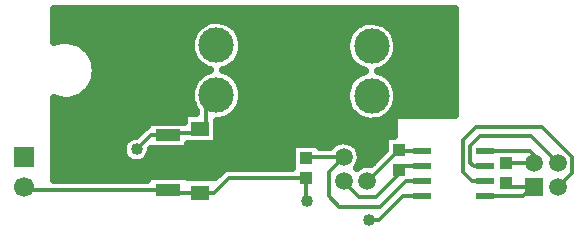
<source format=gbl>
G04 DipTrace 2.4.0.2*
%INV_C_monitor_V2.GBL*%
%MOIN*%
%ADD13C,0.013*%
%ADD15C,0.025*%
%ADD16R,0.0394X0.0433*%
%ADD17R,0.0591X0.0512*%
%ADD18R,0.0591X0.0591*%
%ADD19C,0.0591*%
%ADD21R,0.1181X0.1181*%
%ADD22C,0.1181*%
%ADD23R,0.0669X0.0669*%
%ADD24C,0.0669*%
%ADD27R,0.061X0.0236*%
%ADD29R,0.0846X0.128*%
%ADD30R,0.0846X0.0394*%
%ADD31C,0.04*%
%FSLAX44Y44*%
G04*
G70*
G90*
G75*
G01*
%LNBottom*%
%LPD*%
X22009Y6162D2*
D13*
X21215D1*
X21072Y6305D1*
X20385Y5850D2*
X21634D1*
X21947Y6162D1*
X22009D1*
X10884Y6723D2*
Y7352D1*
X18259Y5850D2*
X17657D1*
X16854Y5046D1*
X16499D1*
X10884Y8100D2*
Y7975D1*
X9887D1*
X9793Y7880D1*
X10884Y8100D2*
X11072D1*
Y8872D1*
X11424Y9225D1*
X8759Y7412D2*
X9227Y7880D1*
X9793D1*
X20385Y6350D2*
X19947D1*
X19634Y6662D1*
Y7725D1*
X20072Y8162D1*
X22259D1*
X23259Y7162D1*
Y6625D1*
X22796Y6162D1*
X14413Y7129D2*
Y7172D1*
X15680D1*
X15669Y7161D1*
X15169Y6661D1*
Y5850D1*
X15519Y5499D1*
X16873D1*
X17731Y6357D1*
X18251D1*
X18259Y6350D1*
X20385Y6850D2*
X20009D1*
X19884Y6975D1*
Y7537D1*
X20197Y7850D1*
X21896D1*
X22796Y6950D1*
X18259Y6850D2*
X17634D1*
X17509Y6725D1*
X15669Y6373D2*
Y6334D1*
X16176Y5826D1*
X16747D1*
X17646Y6725D1*
X17509D1*
X21072Y6975D2*
X21984D1*
X22009Y6950D1*
X20385Y7350D2*
X21884D1*
X22009Y7225D1*
Y6950D1*
X18259Y7350D2*
X17553D1*
X17509Y7394D1*
X9793Y6069D2*
X5102D1*
X5009Y6162D1*
X10884Y5975D2*
X9887D1*
X9793Y6069D1*
X16456Y6373D2*
X16488D1*
X17509Y7394D1*
X10884Y5975D2*
X11333D1*
X11834Y6476D1*
X14397D1*
X14413Y6460D1*
Y5720D1*
X14436Y5696D1*
D31*
X16499Y5046D3*
X8759Y7412D3*
X14436Y5696D3*
X6033Y11851D2*
D15*
X19358D1*
X6033Y11602D2*
X10944D1*
X11904D2*
X16163D1*
X17025D2*
X19358D1*
X6033Y11354D2*
X10690D1*
X12162D2*
X15878D1*
X17310D2*
X19358D1*
X6033Y11105D2*
X10573D1*
X12275D2*
X15753D1*
X17435D2*
X19358D1*
X7025Y10856D2*
X10546D1*
X12303D2*
X15714D1*
X17474D2*
X19358D1*
X7256Y10607D2*
X10589D1*
X12260D2*
X15749D1*
X17439D2*
X19358D1*
X7373Y10359D2*
X10721D1*
X12131D2*
X15870D1*
X17318D2*
X19362D1*
X7420Y10110D2*
X11022D1*
X11826D2*
X16139D1*
X17049D2*
X19362D1*
X7404Y9861D2*
X10827D1*
X12021D2*
X16030D1*
X17158D2*
X19362D1*
X7322Y9613D2*
X10635D1*
X12213D2*
X15823D1*
X17365D2*
X19362D1*
X7154Y9364D2*
X10557D1*
X12295D2*
X15729D1*
X17459D2*
X19362D1*
X6795Y9115D2*
X10549D1*
X12299D2*
X15717D1*
X17471D2*
X19362D1*
X6033Y8867D2*
X10624D1*
X12224D2*
X15780D1*
X17408D2*
X19362D1*
X6033Y8618D2*
X10299D1*
X12053D2*
X15940D1*
X17248D2*
X19362D1*
X6033Y8369D2*
X10299D1*
X11471D2*
X16350D1*
X16838D2*
X17319D1*
X6033Y8121D2*
X8975D1*
X11471D2*
X17315D1*
X6033Y7872D2*
X8667D1*
X11471D2*
X17022D1*
X6033Y7623D2*
X8319D1*
X11471D2*
X15327D1*
X16010D2*
X17022D1*
X6033Y7375D2*
X8272D1*
X9248D2*
X13924D1*
X16213D2*
X16999D1*
X6033Y7126D2*
X8370D1*
X9150D2*
X13924D1*
X16252D2*
X16749D1*
X6033Y6877D2*
X13924D1*
X6033Y6628D2*
X11495D1*
X10484Y6495D2*
X11388D1*
X11601Y6709D1*
X11703Y6779D1*
X11834Y6805D1*
X13947D1*
X13951Y6941D1*
Y7611D1*
X14874D1*
Y7505D1*
X15221Y7502D1*
X15309Y7591D1*
X15413Y7659D1*
X15530Y7703D1*
X15654Y7721D1*
X15778Y7710D1*
X15897Y7672D1*
X16004Y7609D1*
X16095Y7524D1*
X16165Y7420D1*
X16210Y7304D1*
X16229Y7161D1*
X16215Y7037D1*
X16174Y6919D1*
X16105Y6810D1*
X16201Y6872D1*
X16317Y6916D1*
X16441Y6933D1*
X16569Y6921D1*
X17048Y7399D1*
X17047Y7875D1*
X17340D1*
X17343Y8429D1*
X17405Y8534D1*
X17468Y8553D1*
X19386D1*
X19384Y12100D1*
X6009D1*
X6008Y10994D1*
X6241Y11053D1*
X6365Y11063D1*
X6490Y11058D1*
X6613Y11037D1*
X6733Y11002D1*
X6848Y10952D1*
X6955Y10888D1*
X7054Y10811D1*
X7142Y10723D1*
X7219Y10625D1*
X7283Y10518D1*
X7334Y10403D1*
X7370Y10284D1*
X7391Y10161D1*
X7397Y10051D1*
X7389Y9927D1*
X7366Y9804D1*
X7329Y9685D1*
X7276Y9571D1*
X7210Y9465D1*
X7132Y9368D1*
X7042Y9281D1*
X6942Y9206D1*
X6834Y9144D1*
X6719Y9096D1*
X6598Y9062D1*
X6475Y9043D1*
X6350Y9040D1*
X6226Y9052D1*
X6104Y9079D1*
X6004Y9115D1*
X6007Y8600D1*
X6006Y6400D1*
X9106Y6399D1*
X9104Y6531D1*
X10481D1*
Y6496D1*
X11212Y10052D2*
X11148Y10068D1*
X11033Y10117D1*
X10927Y10182D1*
X10831Y10262D1*
X10747Y10355D1*
X10678Y10459D1*
X10625Y10573D1*
X10589Y10692D1*
X10571Y10816D1*
Y10941D1*
X10589Y11064D1*
X10625Y11184D1*
X10678Y11297D1*
X10747Y11401D1*
X10831Y11494D1*
X10927Y11574D1*
X11033Y11639D1*
X11148Y11688D1*
X11269Y11719D1*
X11393Y11733D1*
X11518Y11729D1*
X11641Y11706D1*
X11759Y11666D1*
X11870Y11608D1*
X11972Y11536D1*
X12061Y11449D1*
X12138Y11350D1*
X12199Y11241D1*
X12244Y11125D1*
X12271Y11003D1*
X12280Y10878D1*
X12271Y10754D1*
X12244Y10632D1*
X12199Y10515D1*
X12138Y10406D1*
X12062Y10307D1*
X11972Y10221D1*
X11870Y10148D1*
X11759Y10091D1*
X11645Y10052D1*
X11759Y10012D1*
X11870Y9955D1*
X11972Y9882D1*
X12061Y9796D1*
X12138Y9697D1*
X12199Y9588D1*
X12244Y9471D1*
X12271Y9349D1*
X12280Y9225D1*
X12271Y9100D1*
X12244Y8978D1*
X12199Y8861D1*
X12138Y8753D1*
X12062Y8654D1*
X11972Y8567D1*
X11870Y8494D1*
X11759Y8437D1*
X11641Y8397D1*
X11518Y8374D1*
X11444Y8367D1*
Y7579D1*
X10479D1*
X10481Y7418D1*
X9235D1*
X9207Y7289D1*
X9158Y7174D1*
X9081Y7076D1*
X8980Y7003D1*
X8863Y6959D1*
X8739Y6948D1*
X8617Y6970D1*
X8504Y7023D1*
X8410Y7105D1*
X8341Y7209D1*
X8302Y7327D1*
X8296Y7451D1*
X8323Y7573D1*
X8381Y7683D1*
X8467Y7774D1*
X8573Y7838D1*
X8693Y7872D1*
X8752Y7873D1*
X8994Y8113D1*
X9100Y8184D1*
X9076Y8172D1*
X9104Y8293D1*
Y8342D1*
X10327D1*
X10324Y8620D1*
X10742D1*
X10741Y8711D1*
X10678Y8806D1*
X10625Y8919D1*
X10589Y9039D1*
X10571Y9162D1*
Y9287D1*
X10589Y9411D1*
X10625Y9530D1*
X10678Y9643D1*
X10747Y9747D1*
X10831Y9840D1*
X10927Y9920D1*
X11033Y9985D1*
X11148Y10034D1*
X11212Y10051D1*
X17440Y9072D2*
X17413Y8950D1*
X17368Y8833D1*
X17307Y8724D1*
X17231Y8625D1*
X17141Y8539D1*
X17039Y8466D1*
X16928Y8409D1*
X16810Y8368D1*
X16687Y8346D1*
X16562Y8341D1*
X16438Y8355D1*
X16318Y8386D1*
X16203Y8435D1*
X16096Y8500D1*
X16000Y8580D1*
X15917Y8673D1*
X15848Y8777D1*
X15795Y8890D1*
X15759Y9010D1*
X15741Y9134D1*
Y9258D1*
X15759Y9382D1*
X15795Y9502D1*
X15848Y9615D1*
X15917Y9719D1*
X16000Y9812D1*
X16096Y9892D1*
X16202Y9957D1*
X16317Y10006D1*
X16382Y10022D1*
X16203Y10089D1*
X16096Y10154D1*
X16000Y10234D1*
X15917Y10327D1*
X15848Y10431D1*
X15795Y10544D1*
X15759Y10664D1*
X15741Y10787D1*
Y10912D1*
X15759Y11036D1*
X15795Y11155D1*
X15848Y11268D1*
X15917Y11372D1*
X16000Y11465D1*
X16096Y11545D1*
X16202Y11610D1*
X16317Y11659D1*
X16438Y11691D1*
X16562Y11705D1*
X16687Y11700D1*
X16810Y11677D1*
X16928Y11637D1*
X17039Y11580D1*
X17141Y11507D1*
X17231Y11421D1*
X17307Y11322D1*
X17368Y11213D1*
X17413Y11096D1*
X17440Y10974D1*
X17449Y10850D1*
X17440Y10725D1*
X17413Y10603D1*
X17368Y10486D1*
X17307Y10378D1*
X17231Y10279D1*
X17141Y10192D1*
X17039Y10119D1*
X16928Y10062D1*
X16814Y10023D1*
X16928Y9983D1*
X17039Y9926D1*
X17141Y9854D1*
X17231Y9767D1*
X17307Y9668D1*
X17368Y9559D1*
X17413Y9443D1*
X17440Y9321D1*
X17449Y9196D1*
X17440Y9072D1*
D16*
X21072Y6975D3*
Y6305D3*
D17*
X10884Y8100D3*
Y7352D3*
Y5975D3*
Y6723D3*
D18*
X22009Y6162D3*
D19*
Y6950D3*
X22796D3*
Y6162D3*
D18*
X16456Y7161D3*
D19*
Y6373D3*
X15669D3*
Y7161D3*
D21*
X9259Y9225D3*
D22*
Y10878D3*
X11424D3*
Y9225D3*
D21*
X18759Y10850D3*
D22*
Y9196D3*
X16594D3*
Y10850D3*
D23*
X5009Y7162D3*
D24*
Y6162D3*
D16*
X14413Y7129D3*
Y6460D3*
X17509Y6725D3*
Y7394D3*
D27*
X18259Y7350D3*
Y6850D3*
Y6350D3*
Y5850D3*
X20385D3*
Y6350D3*
Y6850D3*
Y7350D3*
D29*
X7509Y6975D3*
D30*
X9793Y7880D3*
Y6975D3*
Y6069D3*
M02*

</source>
